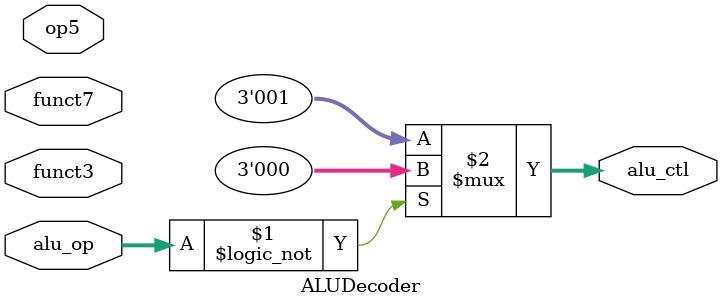
<source format=sv>
`include "params.vh"

`default_nettype none
module ControlUnit(
    input wire [6:0] op, 
    input wire [2:0] funct3, 
    input wire funct7, 
    input wire zero, 
    output wire pc_src, 
    output wire result_src, 
    output wire mem_write, 
    output wire [2:0] alu_ctl, 
    output wire alu_src, 
    output wire [1:0] imm_src, 
    output wire reg_write
	);

	wire branch;
	wire [1:0] alu_op;
	wire op5 = op[5];

	// どの命令か
	wire addi = (op == 7'b0010011) && (funct3 == 3'b000);
	wire add  = (op == 7'b0110011) && (funct3 == 3'b000) && (funct7 == 7'b0000000);
	wire bne  = (op == 7'b1100011) && (funct3 == 3'b001);

	MainDecoder mainDecoder(.*);

	assign pc_src = (bne) ? (branch && ~zero) : 0;

	ALUDecoder aluDecoder(.*);

endmodule // ControlUnit

module MainDecoder(
	input wire [6:0] op,
	output wire result_src, 
    output wire mem_write,  
    output wire alu_src,
	output wire [1:0] imm_src,
    output wire reg_write,
	output wire [1:0] alu_op,
	output wire branch
	);

	assign {result_src, mem_write, alu_src, imm_src, reg_write, alu_op, branch} = (
			(op == 7'b0110011) ? {1'b0, 1'b0, 1'b0, 2'b00, 1'b1, 2'b00, 1'b0} :  // add
			(op == 7'b0010011) ? {1'b0, 1'b0, 1'b1, 2'b00, 1'b1, 2'b00, 1'b0} :  // addi
			(op == 7'b1100011) ? {1'b0, 1'b0, 1'b0, 2'b10, 1'b0, 2'b01, 1'b1} :  // bne
			0);
endmodule // MainDecoder

module ALUDecoder(
	input wire [1:0] alu_op,
	input wire [2:0] funct3, 
    input wire funct7,
	input wire op5,
	output wire [2:0] alu_ctl
	);

	assign alu_ctl = (alu_op == 2'b00) ? 3'b000 : 3'b001;

endmodule // ALUDecoder

`default_nettype wire
</source>
